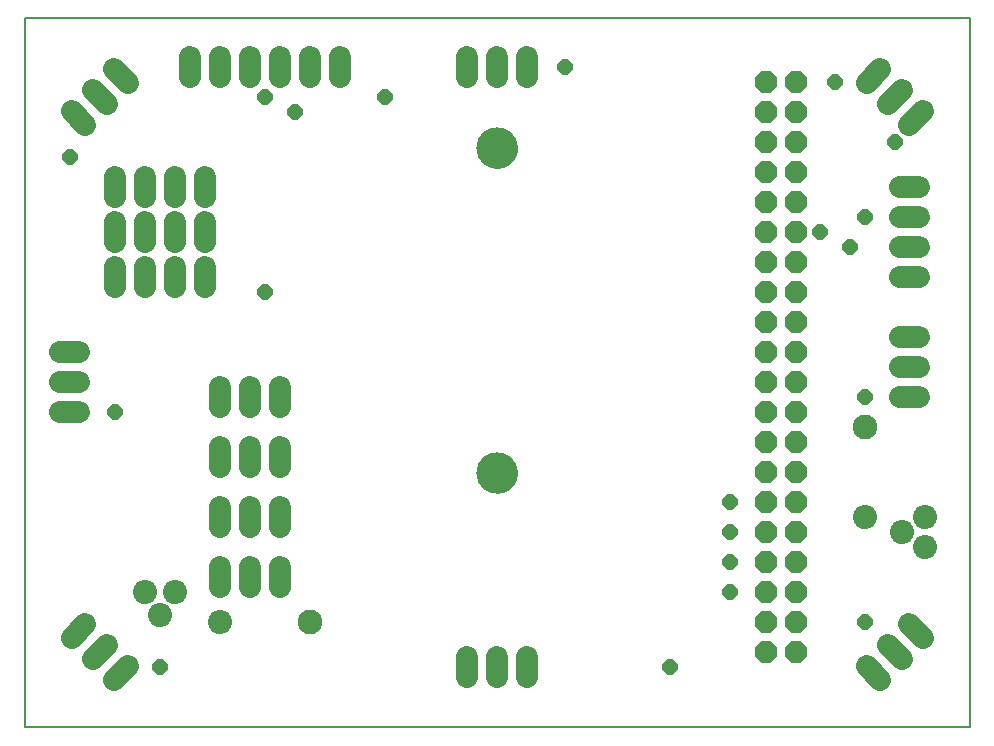
<source format=gbs>
G75*
%MOIN*%
%OFA0B0*%
%FSLAX25Y25*%
%IPPOS*%
%LPD*%
%AMOC8*
5,1,8,0,0,1.08239X$1,22.5*
%
%ADD10C,0.00800*%
%ADD11OC8,0.07200*%
%ADD12C,0.07200*%
%ADD13C,0.08062*%
%ADD14C,0.08246*%
%ADD15C,0.00000*%
%ADD16C,0.13800*%
%ADD17OC8,0.05162*%
D10*
X0146255Y0061333D02*
X0461216Y0061333D01*
X0461216Y0297554D01*
X0146255Y0297554D01*
X0146255Y0061333D01*
D11*
X0393224Y0086333D03*
X0403224Y0086333D03*
X0403224Y0096333D03*
X0393224Y0096333D03*
X0393224Y0106333D03*
X0403224Y0106333D03*
X0403224Y0116333D03*
X0403224Y0126333D03*
X0393224Y0126333D03*
X0393224Y0116333D03*
X0393224Y0136333D03*
X0403224Y0136333D03*
X0403224Y0146333D03*
X0403224Y0156333D03*
X0393224Y0156333D03*
X0393224Y0146333D03*
X0393224Y0166333D03*
X0403224Y0166333D03*
X0403224Y0176333D03*
X0403224Y0186333D03*
X0393224Y0186333D03*
X0393224Y0176333D03*
X0393224Y0196333D03*
X0403224Y0196333D03*
X0403224Y0206333D03*
X0403224Y0216333D03*
X0393224Y0216333D03*
X0393224Y0206333D03*
X0393224Y0226333D03*
X0403224Y0226333D03*
X0403224Y0236333D03*
X0393224Y0236333D03*
X0393224Y0246333D03*
X0403224Y0246333D03*
X0403224Y0256333D03*
X0393224Y0256333D03*
X0393224Y0266333D03*
X0403224Y0266333D03*
X0403224Y0276333D03*
X0393224Y0276333D03*
D12*
X0426921Y0276142D02*
X0431447Y0280667D01*
X0438518Y0273596D02*
X0433992Y0269071D01*
X0441063Y0262000D02*
X0445589Y0266525D01*
X0444455Y0241333D02*
X0438055Y0241333D01*
X0438055Y0231333D02*
X0444455Y0231333D01*
X0444455Y0221333D02*
X0438055Y0221333D01*
X0438055Y0211333D02*
X0444455Y0211333D01*
X0444455Y0191333D02*
X0438055Y0191333D01*
X0438055Y0181333D02*
X0444455Y0181333D01*
X0444455Y0171333D02*
X0438055Y0171333D01*
X0441063Y0095667D02*
X0445589Y0091142D01*
X0438518Y0084071D02*
X0433992Y0088596D01*
X0426921Y0081525D02*
X0431447Y0077000D01*
X0313735Y0078133D02*
X0313735Y0084533D01*
X0303735Y0084533D02*
X0303735Y0078133D01*
X0293735Y0078133D02*
X0293735Y0084533D01*
X0231255Y0108133D02*
X0231255Y0114533D01*
X0221255Y0114533D02*
X0221255Y0108133D01*
X0211255Y0108133D02*
X0211255Y0114533D01*
X0211255Y0128133D02*
X0211255Y0134533D01*
X0221255Y0134533D02*
X0221255Y0128133D01*
X0231255Y0128133D02*
X0231255Y0134533D01*
X0231255Y0148133D02*
X0231255Y0154533D01*
X0221255Y0154533D02*
X0221255Y0148133D01*
X0211255Y0148133D02*
X0211255Y0154533D01*
X0211255Y0168133D02*
X0211255Y0174533D01*
X0221255Y0174533D02*
X0221255Y0168133D01*
X0231255Y0168133D02*
X0231255Y0174533D01*
X0206255Y0208133D02*
X0206255Y0214533D01*
X0206255Y0223133D02*
X0206255Y0229533D01*
X0206255Y0238133D02*
X0206255Y0244533D01*
X0196255Y0244533D02*
X0196255Y0238133D01*
X0196255Y0229533D02*
X0196255Y0223133D01*
X0196255Y0214533D02*
X0196255Y0208133D01*
X0186255Y0208133D02*
X0186255Y0214533D01*
X0176255Y0214533D02*
X0176255Y0208133D01*
X0176255Y0223133D02*
X0176255Y0229533D01*
X0186255Y0229533D02*
X0186255Y0223133D01*
X0186255Y0238133D02*
X0186255Y0244533D01*
X0176255Y0244533D02*
X0176255Y0238133D01*
X0166447Y0262000D02*
X0161921Y0266525D01*
X0168992Y0273596D02*
X0173518Y0269071D01*
X0180589Y0276142D02*
X0176063Y0280667D01*
X0201255Y0278133D02*
X0201255Y0284533D01*
X0211255Y0284533D02*
X0211255Y0278133D01*
X0221255Y0278133D02*
X0221255Y0284533D01*
X0231255Y0284533D02*
X0231255Y0278133D01*
X0241255Y0278133D02*
X0241255Y0284533D01*
X0251255Y0284533D02*
X0251255Y0278133D01*
X0293735Y0278133D02*
X0293735Y0284533D01*
X0303735Y0284533D02*
X0303735Y0278133D01*
X0313735Y0278133D02*
X0313735Y0284533D01*
X0164455Y0186333D02*
X0158055Y0186333D01*
X0158055Y0176333D02*
X0164455Y0176333D01*
X0164455Y0166333D02*
X0158055Y0166333D01*
X0166447Y0095667D02*
X0161921Y0091142D01*
X0168992Y0084071D02*
X0173518Y0088596D01*
X0180589Y0081525D02*
X0176063Y0077000D01*
D13*
X0191255Y0098833D03*
X0186255Y0106333D03*
X0196255Y0106333D03*
X0211255Y0096333D03*
X0426255Y0131333D03*
X0438755Y0126333D03*
X0446255Y0121333D03*
X0446255Y0131333D03*
D14*
X0426255Y0161333D03*
X0241255Y0096333D03*
D15*
X0297235Y0145979D02*
X0297237Y0146140D01*
X0297243Y0146300D01*
X0297253Y0146461D01*
X0297267Y0146621D01*
X0297285Y0146781D01*
X0297306Y0146940D01*
X0297332Y0147099D01*
X0297362Y0147257D01*
X0297395Y0147414D01*
X0297433Y0147571D01*
X0297474Y0147726D01*
X0297519Y0147880D01*
X0297568Y0148033D01*
X0297621Y0148185D01*
X0297677Y0148336D01*
X0297738Y0148485D01*
X0297801Y0148633D01*
X0297869Y0148779D01*
X0297940Y0148923D01*
X0298014Y0149065D01*
X0298092Y0149206D01*
X0298174Y0149344D01*
X0298259Y0149481D01*
X0298347Y0149615D01*
X0298439Y0149747D01*
X0298534Y0149877D01*
X0298632Y0150005D01*
X0298733Y0150130D01*
X0298837Y0150252D01*
X0298944Y0150372D01*
X0299054Y0150489D01*
X0299167Y0150604D01*
X0299283Y0150715D01*
X0299402Y0150824D01*
X0299523Y0150929D01*
X0299647Y0151032D01*
X0299773Y0151132D01*
X0299901Y0151228D01*
X0300032Y0151321D01*
X0300166Y0151411D01*
X0300301Y0151498D01*
X0300439Y0151581D01*
X0300578Y0151661D01*
X0300720Y0151737D01*
X0300863Y0151810D01*
X0301008Y0151879D01*
X0301155Y0151945D01*
X0301303Y0152007D01*
X0301453Y0152065D01*
X0301604Y0152120D01*
X0301757Y0152171D01*
X0301911Y0152218D01*
X0302066Y0152261D01*
X0302222Y0152300D01*
X0302378Y0152336D01*
X0302536Y0152367D01*
X0302694Y0152395D01*
X0302853Y0152419D01*
X0303013Y0152439D01*
X0303173Y0152455D01*
X0303333Y0152467D01*
X0303494Y0152475D01*
X0303655Y0152479D01*
X0303815Y0152479D01*
X0303976Y0152475D01*
X0304137Y0152467D01*
X0304297Y0152455D01*
X0304457Y0152439D01*
X0304617Y0152419D01*
X0304776Y0152395D01*
X0304934Y0152367D01*
X0305092Y0152336D01*
X0305248Y0152300D01*
X0305404Y0152261D01*
X0305559Y0152218D01*
X0305713Y0152171D01*
X0305866Y0152120D01*
X0306017Y0152065D01*
X0306167Y0152007D01*
X0306315Y0151945D01*
X0306462Y0151879D01*
X0306607Y0151810D01*
X0306750Y0151737D01*
X0306892Y0151661D01*
X0307031Y0151581D01*
X0307169Y0151498D01*
X0307304Y0151411D01*
X0307438Y0151321D01*
X0307569Y0151228D01*
X0307697Y0151132D01*
X0307823Y0151032D01*
X0307947Y0150929D01*
X0308068Y0150824D01*
X0308187Y0150715D01*
X0308303Y0150604D01*
X0308416Y0150489D01*
X0308526Y0150372D01*
X0308633Y0150252D01*
X0308737Y0150130D01*
X0308838Y0150005D01*
X0308936Y0149877D01*
X0309031Y0149747D01*
X0309123Y0149615D01*
X0309211Y0149481D01*
X0309296Y0149344D01*
X0309378Y0149206D01*
X0309456Y0149065D01*
X0309530Y0148923D01*
X0309601Y0148779D01*
X0309669Y0148633D01*
X0309732Y0148485D01*
X0309793Y0148336D01*
X0309849Y0148185D01*
X0309902Y0148033D01*
X0309951Y0147880D01*
X0309996Y0147726D01*
X0310037Y0147571D01*
X0310075Y0147414D01*
X0310108Y0147257D01*
X0310138Y0147099D01*
X0310164Y0146940D01*
X0310185Y0146781D01*
X0310203Y0146621D01*
X0310217Y0146461D01*
X0310227Y0146300D01*
X0310233Y0146140D01*
X0310235Y0145979D01*
X0310233Y0145818D01*
X0310227Y0145658D01*
X0310217Y0145497D01*
X0310203Y0145337D01*
X0310185Y0145177D01*
X0310164Y0145018D01*
X0310138Y0144859D01*
X0310108Y0144701D01*
X0310075Y0144544D01*
X0310037Y0144387D01*
X0309996Y0144232D01*
X0309951Y0144078D01*
X0309902Y0143925D01*
X0309849Y0143773D01*
X0309793Y0143622D01*
X0309732Y0143473D01*
X0309669Y0143325D01*
X0309601Y0143179D01*
X0309530Y0143035D01*
X0309456Y0142893D01*
X0309378Y0142752D01*
X0309296Y0142614D01*
X0309211Y0142477D01*
X0309123Y0142343D01*
X0309031Y0142211D01*
X0308936Y0142081D01*
X0308838Y0141953D01*
X0308737Y0141828D01*
X0308633Y0141706D01*
X0308526Y0141586D01*
X0308416Y0141469D01*
X0308303Y0141354D01*
X0308187Y0141243D01*
X0308068Y0141134D01*
X0307947Y0141029D01*
X0307823Y0140926D01*
X0307697Y0140826D01*
X0307569Y0140730D01*
X0307438Y0140637D01*
X0307304Y0140547D01*
X0307169Y0140460D01*
X0307031Y0140377D01*
X0306892Y0140297D01*
X0306750Y0140221D01*
X0306607Y0140148D01*
X0306462Y0140079D01*
X0306315Y0140013D01*
X0306167Y0139951D01*
X0306017Y0139893D01*
X0305866Y0139838D01*
X0305713Y0139787D01*
X0305559Y0139740D01*
X0305404Y0139697D01*
X0305248Y0139658D01*
X0305092Y0139622D01*
X0304934Y0139591D01*
X0304776Y0139563D01*
X0304617Y0139539D01*
X0304457Y0139519D01*
X0304297Y0139503D01*
X0304137Y0139491D01*
X0303976Y0139483D01*
X0303815Y0139479D01*
X0303655Y0139479D01*
X0303494Y0139483D01*
X0303333Y0139491D01*
X0303173Y0139503D01*
X0303013Y0139519D01*
X0302853Y0139539D01*
X0302694Y0139563D01*
X0302536Y0139591D01*
X0302378Y0139622D01*
X0302222Y0139658D01*
X0302066Y0139697D01*
X0301911Y0139740D01*
X0301757Y0139787D01*
X0301604Y0139838D01*
X0301453Y0139893D01*
X0301303Y0139951D01*
X0301155Y0140013D01*
X0301008Y0140079D01*
X0300863Y0140148D01*
X0300720Y0140221D01*
X0300578Y0140297D01*
X0300439Y0140377D01*
X0300301Y0140460D01*
X0300166Y0140547D01*
X0300032Y0140637D01*
X0299901Y0140730D01*
X0299773Y0140826D01*
X0299647Y0140926D01*
X0299523Y0141029D01*
X0299402Y0141134D01*
X0299283Y0141243D01*
X0299167Y0141354D01*
X0299054Y0141469D01*
X0298944Y0141586D01*
X0298837Y0141706D01*
X0298733Y0141828D01*
X0298632Y0141953D01*
X0298534Y0142081D01*
X0298439Y0142211D01*
X0298347Y0142343D01*
X0298259Y0142477D01*
X0298174Y0142614D01*
X0298092Y0142752D01*
X0298014Y0142893D01*
X0297940Y0143035D01*
X0297869Y0143179D01*
X0297801Y0143325D01*
X0297738Y0143473D01*
X0297677Y0143622D01*
X0297621Y0143773D01*
X0297568Y0143925D01*
X0297519Y0144078D01*
X0297474Y0144232D01*
X0297433Y0144387D01*
X0297395Y0144544D01*
X0297362Y0144701D01*
X0297332Y0144859D01*
X0297306Y0145018D01*
X0297285Y0145177D01*
X0297267Y0145337D01*
X0297253Y0145497D01*
X0297243Y0145658D01*
X0297237Y0145818D01*
X0297235Y0145979D01*
X0297235Y0254247D02*
X0297237Y0254408D01*
X0297243Y0254568D01*
X0297253Y0254729D01*
X0297267Y0254889D01*
X0297285Y0255049D01*
X0297306Y0255208D01*
X0297332Y0255367D01*
X0297362Y0255525D01*
X0297395Y0255682D01*
X0297433Y0255839D01*
X0297474Y0255994D01*
X0297519Y0256148D01*
X0297568Y0256301D01*
X0297621Y0256453D01*
X0297677Y0256604D01*
X0297738Y0256753D01*
X0297801Y0256901D01*
X0297869Y0257047D01*
X0297940Y0257191D01*
X0298014Y0257333D01*
X0298092Y0257474D01*
X0298174Y0257612D01*
X0298259Y0257749D01*
X0298347Y0257883D01*
X0298439Y0258015D01*
X0298534Y0258145D01*
X0298632Y0258273D01*
X0298733Y0258398D01*
X0298837Y0258520D01*
X0298944Y0258640D01*
X0299054Y0258757D01*
X0299167Y0258872D01*
X0299283Y0258983D01*
X0299402Y0259092D01*
X0299523Y0259197D01*
X0299647Y0259300D01*
X0299773Y0259400D01*
X0299901Y0259496D01*
X0300032Y0259589D01*
X0300166Y0259679D01*
X0300301Y0259766D01*
X0300439Y0259849D01*
X0300578Y0259929D01*
X0300720Y0260005D01*
X0300863Y0260078D01*
X0301008Y0260147D01*
X0301155Y0260213D01*
X0301303Y0260275D01*
X0301453Y0260333D01*
X0301604Y0260388D01*
X0301757Y0260439D01*
X0301911Y0260486D01*
X0302066Y0260529D01*
X0302222Y0260568D01*
X0302378Y0260604D01*
X0302536Y0260635D01*
X0302694Y0260663D01*
X0302853Y0260687D01*
X0303013Y0260707D01*
X0303173Y0260723D01*
X0303333Y0260735D01*
X0303494Y0260743D01*
X0303655Y0260747D01*
X0303815Y0260747D01*
X0303976Y0260743D01*
X0304137Y0260735D01*
X0304297Y0260723D01*
X0304457Y0260707D01*
X0304617Y0260687D01*
X0304776Y0260663D01*
X0304934Y0260635D01*
X0305092Y0260604D01*
X0305248Y0260568D01*
X0305404Y0260529D01*
X0305559Y0260486D01*
X0305713Y0260439D01*
X0305866Y0260388D01*
X0306017Y0260333D01*
X0306167Y0260275D01*
X0306315Y0260213D01*
X0306462Y0260147D01*
X0306607Y0260078D01*
X0306750Y0260005D01*
X0306892Y0259929D01*
X0307031Y0259849D01*
X0307169Y0259766D01*
X0307304Y0259679D01*
X0307438Y0259589D01*
X0307569Y0259496D01*
X0307697Y0259400D01*
X0307823Y0259300D01*
X0307947Y0259197D01*
X0308068Y0259092D01*
X0308187Y0258983D01*
X0308303Y0258872D01*
X0308416Y0258757D01*
X0308526Y0258640D01*
X0308633Y0258520D01*
X0308737Y0258398D01*
X0308838Y0258273D01*
X0308936Y0258145D01*
X0309031Y0258015D01*
X0309123Y0257883D01*
X0309211Y0257749D01*
X0309296Y0257612D01*
X0309378Y0257474D01*
X0309456Y0257333D01*
X0309530Y0257191D01*
X0309601Y0257047D01*
X0309669Y0256901D01*
X0309732Y0256753D01*
X0309793Y0256604D01*
X0309849Y0256453D01*
X0309902Y0256301D01*
X0309951Y0256148D01*
X0309996Y0255994D01*
X0310037Y0255839D01*
X0310075Y0255682D01*
X0310108Y0255525D01*
X0310138Y0255367D01*
X0310164Y0255208D01*
X0310185Y0255049D01*
X0310203Y0254889D01*
X0310217Y0254729D01*
X0310227Y0254568D01*
X0310233Y0254408D01*
X0310235Y0254247D01*
X0310233Y0254086D01*
X0310227Y0253926D01*
X0310217Y0253765D01*
X0310203Y0253605D01*
X0310185Y0253445D01*
X0310164Y0253286D01*
X0310138Y0253127D01*
X0310108Y0252969D01*
X0310075Y0252812D01*
X0310037Y0252655D01*
X0309996Y0252500D01*
X0309951Y0252346D01*
X0309902Y0252193D01*
X0309849Y0252041D01*
X0309793Y0251890D01*
X0309732Y0251741D01*
X0309669Y0251593D01*
X0309601Y0251447D01*
X0309530Y0251303D01*
X0309456Y0251161D01*
X0309378Y0251020D01*
X0309296Y0250882D01*
X0309211Y0250745D01*
X0309123Y0250611D01*
X0309031Y0250479D01*
X0308936Y0250349D01*
X0308838Y0250221D01*
X0308737Y0250096D01*
X0308633Y0249974D01*
X0308526Y0249854D01*
X0308416Y0249737D01*
X0308303Y0249622D01*
X0308187Y0249511D01*
X0308068Y0249402D01*
X0307947Y0249297D01*
X0307823Y0249194D01*
X0307697Y0249094D01*
X0307569Y0248998D01*
X0307438Y0248905D01*
X0307304Y0248815D01*
X0307169Y0248728D01*
X0307031Y0248645D01*
X0306892Y0248565D01*
X0306750Y0248489D01*
X0306607Y0248416D01*
X0306462Y0248347D01*
X0306315Y0248281D01*
X0306167Y0248219D01*
X0306017Y0248161D01*
X0305866Y0248106D01*
X0305713Y0248055D01*
X0305559Y0248008D01*
X0305404Y0247965D01*
X0305248Y0247926D01*
X0305092Y0247890D01*
X0304934Y0247859D01*
X0304776Y0247831D01*
X0304617Y0247807D01*
X0304457Y0247787D01*
X0304297Y0247771D01*
X0304137Y0247759D01*
X0303976Y0247751D01*
X0303815Y0247747D01*
X0303655Y0247747D01*
X0303494Y0247751D01*
X0303333Y0247759D01*
X0303173Y0247771D01*
X0303013Y0247787D01*
X0302853Y0247807D01*
X0302694Y0247831D01*
X0302536Y0247859D01*
X0302378Y0247890D01*
X0302222Y0247926D01*
X0302066Y0247965D01*
X0301911Y0248008D01*
X0301757Y0248055D01*
X0301604Y0248106D01*
X0301453Y0248161D01*
X0301303Y0248219D01*
X0301155Y0248281D01*
X0301008Y0248347D01*
X0300863Y0248416D01*
X0300720Y0248489D01*
X0300578Y0248565D01*
X0300439Y0248645D01*
X0300301Y0248728D01*
X0300166Y0248815D01*
X0300032Y0248905D01*
X0299901Y0248998D01*
X0299773Y0249094D01*
X0299647Y0249194D01*
X0299523Y0249297D01*
X0299402Y0249402D01*
X0299283Y0249511D01*
X0299167Y0249622D01*
X0299054Y0249737D01*
X0298944Y0249854D01*
X0298837Y0249974D01*
X0298733Y0250096D01*
X0298632Y0250221D01*
X0298534Y0250349D01*
X0298439Y0250479D01*
X0298347Y0250611D01*
X0298259Y0250745D01*
X0298174Y0250882D01*
X0298092Y0251020D01*
X0298014Y0251161D01*
X0297940Y0251303D01*
X0297869Y0251447D01*
X0297801Y0251593D01*
X0297738Y0251741D01*
X0297677Y0251890D01*
X0297621Y0252041D01*
X0297568Y0252193D01*
X0297519Y0252346D01*
X0297474Y0252500D01*
X0297433Y0252655D01*
X0297395Y0252812D01*
X0297362Y0252969D01*
X0297332Y0253127D01*
X0297306Y0253286D01*
X0297285Y0253445D01*
X0297267Y0253605D01*
X0297253Y0253765D01*
X0297243Y0253926D01*
X0297237Y0254086D01*
X0297235Y0254247D01*
D16*
X0303735Y0254247D03*
X0303735Y0145979D03*
D17*
X0381255Y0136333D03*
X0381255Y0126333D03*
X0381255Y0116333D03*
X0381255Y0106333D03*
X0361255Y0081333D03*
X0426255Y0096333D03*
X0426255Y0171333D03*
X0421255Y0221333D03*
X0411255Y0226333D03*
X0426255Y0231333D03*
X0436255Y0256333D03*
X0416255Y0276333D03*
X0326255Y0281333D03*
X0266255Y0271333D03*
X0236255Y0266333D03*
X0226255Y0271333D03*
X0161255Y0251333D03*
X0226255Y0206333D03*
X0176255Y0166333D03*
X0191255Y0081333D03*
M02*

</source>
